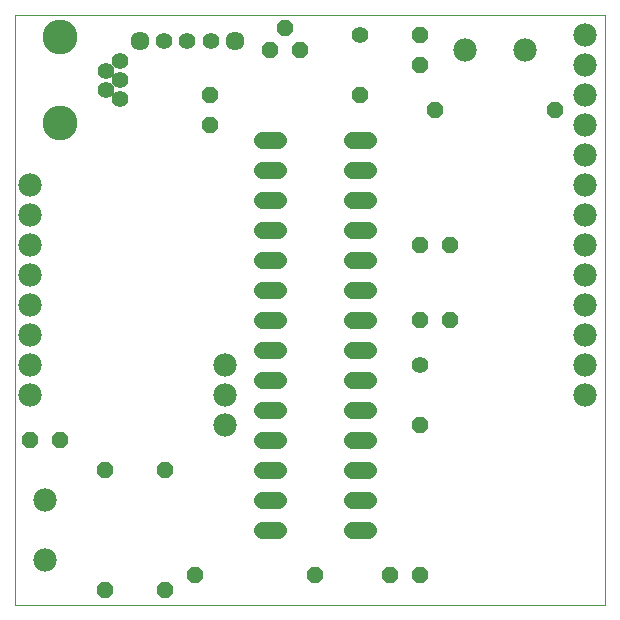
<source format=gbs>
G75*
%MOIN*%
%OFA0B0*%
%FSLAX25Y25*%
%IPPOS*%
%LPD*%
%AMOC8*
5,1,8,0,0,1.08239X$1,22.5*
%
%ADD10C,0.00000*%
%ADD11OC8,0.05600*%
%ADD12C,0.05600*%
%ADD13C,0.05550*%
%ADD14C,0.11620*%
%ADD15C,0.05600*%
%ADD16C,0.06337*%
%ADD17C,0.07800*%
D10*
X0005060Y0004200D02*
X0005060Y0201050D01*
X0201910Y0201050D01*
X0201910Y0004200D01*
X0005060Y0004200D01*
D11*
X0035060Y0009200D03*
X0055060Y0009200D03*
X0065060Y0014200D03*
X0055060Y0049200D03*
X0035060Y0049200D03*
X0020060Y0059200D03*
X0010060Y0059200D03*
X0105060Y0014200D03*
X0130060Y0014200D03*
X0140060Y0014200D03*
X0140060Y0064200D03*
X0140060Y0099200D03*
X0150060Y0099200D03*
X0150060Y0124200D03*
X0140060Y0124200D03*
X0145060Y0169200D03*
X0140060Y0184200D03*
X0140060Y0194200D03*
X0120060Y0174200D03*
X0100060Y0189200D03*
X0095060Y0196700D03*
X0090060Y0189200D03*
X0070060Y0174200D03*
X0070060Y0164200D03*
X0185060Y0169200D03*
D12*
X0120060Y0194200D03*
X0140060Y0084200D03*
D13*
X0040139Y0172901D03*
X0035414Y0176050D03*
X0040139Y0179200D03*
X0035414Y0182350D03*
X0040139Y0185499D03*
X0054686Y0192200D03*
X0062560Y0192200D03*
X0070434Y0192200D03*
D14*
X0020060Y0193570D03*
X0020060Y0164830D03*
D15*
X0087460Y0159200D02*
X0092660Y0159200D01*
X0092660Y0149200D02*
X0087460Y0149200D01*
X0087460Y0139200D02*
X0092660Y0139200D01*
X0092660Y0129200D02*
X0087460Y0129200D01*
X0087460Y0119200D02*
X0092660Y0119200D01*
X0092660Y0109200D02*
X0087460Y0109200D01*
X0087460Y0099200D02*
X0092660Y0099200D01*
X0092660Y0089200D02*
X0087460Y0089200D01*
X0087460Y0079200D02*
X0092660Y0079200D01*
X0092660Y0069200D02*
X0087460Y0069200D01*
X0087460Y0059200D02*
X0092660Y0059200D01*
X0092660Y0049200D02*
X0087460Y0049200D01*
X0087460Y0039200D02*
X0092660Y0039200D01*
X0092660Y0029200D02*
X0087460Y0029200D01*
X0117460Y0029200D02*
X0122660Y0029200D01*
X0122660Y0039200D02*
X0117460Y0039200D01*
X0117460Y0049200D02*
X0122660Y0049200D01*
X0122660Y0059200D02*
X0117460Y0059200D01*
X0117460Y0069200D02*
X0122660Y0069200D01*
X0122660Y0079200D02*
X0117460Y0079200D01*
X0117460Y0089200D02*
X0122660Y0089200D01*
X0122660Y0099200D02*
X0117460Y0099200D01*
X0117460Y0109200D02*
X0122660Y0109200D01*
X0122660Y0119200D02*
X0117460Y0119200D01*
X0117460Y0129200D02*
X0122660Y0129200D01*
X0122660Y0139200D02*
X0117460Y0139200D01*
X0117460Y0149200D02*
X0122660Y0149200D01*
X0122660Y0159200D02*
X0117460Y0159200D01*
D16*
X0078308Y0192200D03*
X0046812Y0192200D03*
D17*
X0010060Y0144200D03*
X0010060Y0134200D03*
X0010060Y0124200D03*
X0010060Y0114200D03*
X0010060Y0104200D03*
X0010060Y0094200D03*
X0010060Y0084200D03*
X0010060Y0074200D03*
X0015060Y0039200D03*
X0015060Y0019200D03*
X0075060Y0064200D03*
X0075060Y0074200D03*
X0075060Y0084200D03*
X0155060Y0189200D03*
X0175060Y0189200D03*
X0195060Y0184200D03*
X0195060Y0174200D03*
X0195060Y0164200D03*
X0195060Y0154200D03*
X0195060Y0144200D03*
X0195060Y0134200D03*
X0195060Y0124200D03*
X0195060Y0114200D03*
X0195060Y0104200D03*
X0195060Y0094200D03*
X0195060Y0084200D03*
X0195060Y0074200D03*
X0195060Y0194200D03*
M02*

</source>
